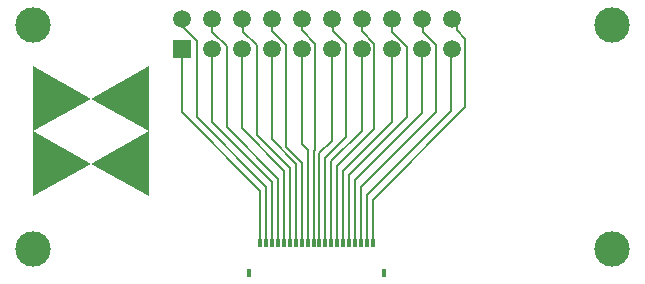
<source format=gtl>
G04*
G04 #@! TF.GenerationSoftware,Altium Limited,Altium Designer,23.8.1 (32)*
G04*
G04 Layer_Physical_Order=1*
G04 Layer_Color=255*
%FSLAX44Y44*%
%MOMM*%
G71*
G04*
G04 #@! TF.SameCoordinates,E5E329DE-7035-4BFE-8E71-FBE8A5C100D7*
G04*
G04*
G04 #@! TF.FilePolarity,Positive*
G04*
G01*
G75*
%ADD12R,0.3000X0.8000*%
%ADD13R,0.4000X0.8000*%
%ADD19C,0.2040*%
%ADD20C,1.5000*%
%ADD21R,1.5000X1.5000*%
%ADD22C,3.0000*%
G36*
X128081Y184903D02*
Y184559D01*
Y184353D01*
Y184010D01*
Y183597D01*
Y183116D01*
Y182566D01*
Y181879D01*
Y181123D01*
Y180229D01*
Y179267D01*
Y178167D01*
Y176930D01*
Y175555D01*
Y173975D01*
Y172325D01*
Y170538D01*
Y168545D01*
Y166414D01*
Y164077D01*
Y161534D01*
Y158854D01*
Y156035D01*
Y152943D01*
Y149643D01*
X128081Y146138D01*
Y142427D01*
Y138509D01*
Y134385D01*
Y129986D01*
Y75000D01*
X79041Y102493D01*
X128081Y129986D01*
X79040Y157479D01*
X128081Y184972D01*
Y184903D01*
D02*
G37*
G36*
X79040Y157479D02*
X30000Y129986D01*
X79041Y102493D01*
X30000Y75000D01*
Y129986D01*
Y134385D01*
Y138509D01*
Y142427D01*
Y146138D01*
X30000Y149643D01*
Y152942D01*
Y156035D01*
Y158854D01*
Y161534D01*
Y164077D01*
Y166414D01*
Y168545D01*
Y170538D01*
Y172325D01*
Y173975D01*
Y175555D01*
Y176930D01*
Y178167D01*
Y179267D01*
Y180229D01*
Y181123D01*
Y181879D01*
Y182566D01*
Y183116D01*
Y183597D01*
Y184010D01*
Y184353D01*
Y184559D01*
Y184903D01*
Y184972D01*
X79040Y157479D01*
D02*
G37*
D12*
X317500Y35220D02*
D03*
X312500D02*
D03*
X307500D02*
D03*
X302500D02*
D03*
X297500D02*
D03*
X292500D02*
D03*
X287500D02*
D03*
X282500D02*
D03*
X277500D02*
D03*
X272500D02*
D03*
X267500D02*
D03*
X262500D02*
D03*
X257500D02*
D03*
X252500D02*
D03*
X247500D02*
D03*
X242500D02*
D03*
X237500D02*
D03*
X232500D02*
D03*
X227500D02*
D03*
X222500D02*
D03*
D13*
X327000Y10220D02*
D03*
X213000D02*
D03*
D19*
X168400Y141937D02*
Y206600D01*
X158180Y216820D02*
Y222360D01*
Y216820D02*
X168400Y206600D01*
X155700Y224840D02*
X158180Y222360D01*
X359000Y145000D02*
Y202000D01*
X384300Y224840D02*
X388525Y220615D01*
Y215475D02*
X396000Y208000D01*
X388525Y215475D02*
Y220615D01*
X317500Y35220D02*
Y71500D01*
X396000Y150000D02*
Y208000D01*
X317500Y71500D02*
X396000Y150000D01*
X312500Y75869D02*
X384000Y147369D01*
Y202000D01*
X358900Y224840D02*
X360000Y223740D01*
Y214000D02*
Y223740D01*
Y214000D02*
X371000Y203000D01*
X333500Y224840D02*
X334000Y224340D01*
Y214000D02*
X347000Y201000D01*
X334000Y214000D02*
Y224340D01*
X308100Y214900D02*
Y224840D01*
X319000Y132000D02*
Y204000D01*
X308100Y214900D02*
X319000Y204000D01*
X282700Y224840D02*
X284000Y223540D01*
Y215000D02*
Y223540D01*
X295000Y125000D02*
Y204000D01*
X284000Y215000D02*
X295000Y204000D01*
X269098Y114116D02*
Y204049D01*
X257672Y215475D02*
Y224468D01*
X257300Y224840D02*
X257672Y224468D01*
Y215475D02*
X269098Y204049D01*
X267500Y35222D02*
X267940Y35662D01*
Y112958D01*
X269098Y114116D01*
X231900Y215100D02*
Y224840D01*
Y215100D02*
X244000Y203000D01*
Y116770D02*
Y203000D01*
X206500Y224840D02*
X208000Y223340D01*
Y214000D02*
Y223340D01*
X219501Y126499D02*
Y202499D01*
X208000Y214000D02*
X219501Y202499D01*
X182295Y213000D02*
X182474D01*
X181100Y214195D02*
Y224840D01*
Y214195D02*
X182295Y213000D01*
X193800Y133200D02*
Y201674D01*
X182474Y213000D02*
X193800Y201674D01*
X181100Y137900D02*
Y199440D01*
X222500Y35220D02*
Y79500D01*
X155700Y146300D02*
X222500Y79500D01*
X155700Y146300D02*
Y199440D01*
X312500Y35220D02*
Y75869D01*
X371000Y146000D02*
Y203000D01*
X227500Y35220D02*
Y82837D01*
X168400Y141937D02*
X227500Y82837D01*
X282700Y121947D02*
Y203300D01*
X307500Y35220D02*
Y82500D01*
X371000Y146000D01*
X302500Y88500D02*
X359000Y145000D01*
X308100Y130100D02*
Y201900D01*
X206500Y132500D02*
Y199440D01*
X181100Y137900D02*
X232500Y86500D01*
Y35220D02*
Y86500D01*
X272500Y35220D02*
Y111748D01*
X282700Y121947D01*
X302500Y35220D02*
Y88500D01*
X333500Y137500D02*
Y202500D01*
X257300Y119447D02*
Y202700D01*
X237500Y35220D02*
Y89500D01*
X193800Y133200D02*
X237500Y89500D01*
X206500Y132500D02*
X242500Y96500D01*
X219501Y126499D02*
X247500Y98500D01*
Y35222D02*
Y98500D01*
X297500Y35222D02*
Y92500D01*
X347000Y142000D01*
Y201000D01*
X292500Y35222D02*
Y96500D01*
X333500Y137500D01*
X287500Y35222D02*
Y100500D01*
X319000Y132000D01*
X282500Y35222D02*
Y104500D01*
X308100Y130100D01*
X277500Y107500D02*
X295000Y125000D01*
X277500Y35222D02*
Y107500D01*
X262500Y35222D02*
Y114247D01*
X257300Y119447D02*
X262500Y114247D01*
X231900Y123100D02*
X252500Y102500D01*
Y35222D02*
Y102500D01*
X244000Y116770D02*
X257500Y103270D01*
Y35222D02*
Y103270D01*
X231900Y123100D02*
Y199440D01*
X242500Y35222D02*
Y96500D01*
D20*
X155700Y224840D02*
D03*
X231900D02*
D03*
X206500D02*
D03*
X308100D02*
D03*
X282700D02*
D03*
X384300D02*
D03*
X358900D02*
D03*
X206500Y199440D02*
D03*
X231900D02*
D03*
X282700D02*
D03*
X308100D02*
D03*
X358900D02*
D03*
X384300D02*
D03*
X257300Y224840D02*
D03*
X181100D02*
D03*
X333500D02*
D03*
X181100Y199440D02*
D03*
X257300D02*
D03*
X333500D02*
D03*
D21*
X155700D02*
D03*
D22*
X520000Y30000D02*
D03*
Y220000D02*
D03*
X30000D02*
D03*
Y30000D02*
D03*
M02*

</source>
